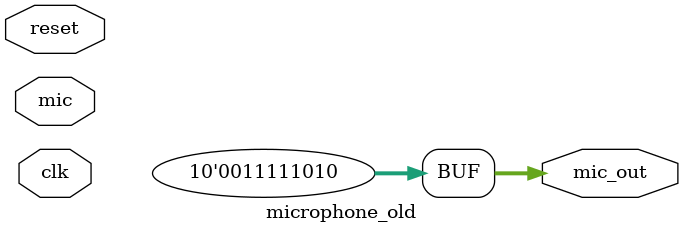
<source format=sv>
module microphone_old (
    input logic clk,
    input logic reset,
    input logic [11:0] mic,

    output logic [9:0] mic_out
);

// TODO: Work on microphone 

assign mic_out = 250;

endmodule
</source>
